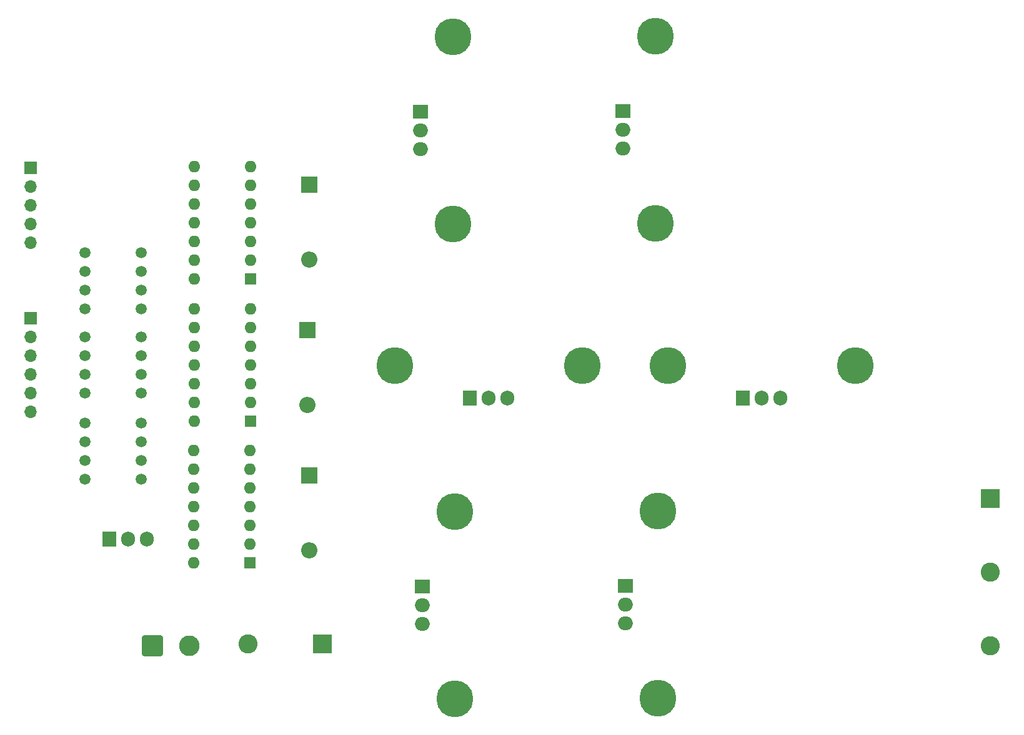
<source format=gbr>
%TF.GenerationSoftware,KiCad,Pcbnew,8.0.8*%
%TF.CreationDate,2025-03-02T13:54:36-08:00*%
%TF.ProjectId,motor_driver,6d6f746f-725f-4647-9269-7665722e6b69,rev?*%
%TF.SameCoordinates,Original*%
%TF.FileFunction,Soldermask,Bot*%
%TF.FilePolarity,Negative*%
%FSLAX46Y46*%
G04 Gerber Fmt 4.6, Leading zero omitted, Abs format (unit mm)*
G04 Created by KiCad (PCBNEW 8.0.8) date 2025-03-02 13:54:36*
%MOMM*%
%LPD*%
G01*
G04 APERTURE LIST*
G04 Aperture macros list*
%AMRoundRect*
0 Rectangle with rounded corners*
0 $1 Rounding radius*
0 $2 $3 $4 $5 $6 $7 $8 $9 X,Y pos of 4 corners*
0 Add a 4 corners polygon primitive as box body*
4,1,4,$2,$3,$4,$5,$6,$7,$8,$9,$2,$3,0*
0 Add four circle primitives for the rounded corners*
1,1,$1+$1,$2,$3*
1,1,$1+$1,$4,$5*
1,1,$1+$1,$6,$7*
1,1,$1+$1,$8,$9*
0 Add four rect primitives between the rounded corners*
20,1,$1+$1,$2,$3,$4,$5,0*
20,1,$1+$1,$4,$5,$6,$7,0*
20,1,$1+$1,$6,$7,$8,$9,0*
20,1,$1+$1,$8,$9,$2,$3,0*%
G04 Aperture macros list end*
%ADD10R,2.600000X2.600000*%
%ADD11C,2.600000*%
%ADD12RoundRect,0.250001X-1.149999X-1.149999X1.149999X-1.149999X1.149999X1.149999X-1.149999X1.149999X0*%
%ADD13C,2.800000*%
%ADD14R,1.600000X1.600000*%
%ADD15O,1.600000X1.600000*%
%ADD16R,1.700000X1.700000*%
%ADD17O,1.700000X1.700000*%
%ADD18R,2.200000X2.200000*%
%ADD19O,2.200000X2.200000*%
%ADD20C,1.500000*%
%ADD21R,1.905000X2.000000*%
%ADD22O,1.905000X2.000000*%
%ADD23C,5.000000*%
%ADD24R,2.000000X1.905000*%
%ADD25O,2.000000X1.905000*%
G04 APERTURE END LIST*
D10*
%TO.C,J1*%
X117500000Y-133500000D03*
D11*
X107500000Y-133500000D03*
%TD*%
D10*
%TO.C,J3*%
X208000000Y-113750000D03*
D11*
X208000000Y-123750000D03*
X208000000Y-133750000D03*
%TD*%
D12*
%TO.C,J2*%
X94500000Y-133750000D03*
D13*
X99500000Y-133750000D03*
%TD*%
D14*
%TO.C,U18*%
X107750000Y-122500000D03*
D15*
X107750000Y-119960000D03*
X107750000Y-117420000D03*
X107750000Y-114880000D03*
X107750000Y-112340000D03*
X107750000Y-109800000D03*
X107750000Y-107260000D03*
X100130000Y-107260000D03*
X100130000Y-109800000D03*
X100130000Y-112340000D03*
X100130000Y-114880000D03*
X100130000Y-117420000D03*
X100130000Y-119960000D03*
X100130000Y-122500000D03*
%TD*%
D16*
%TO.C,J4*%
X78000000Y-89340000D03*
D17*
X78000000Y-91880000D03*
X78000000Y-94420000D03*
X78000000Y-96960000D03*
X78000000Y-99500000D03*
X78000000Y-102040000D03*
%TD*%
D18*
%TO.C,D1*%
X115750000Y-71170000D03*
D19*
X115750000Y-81330000D03*
%TD*%
D20*
%TO.C,U15*%
X85380000Y-103500000D03*
X85380000Y-106040000D03*
X85380000Y-108580000D03*
X85380000Y-111120000D03*
X93000000Y-111120000D03*
X93000000Y-108580000D03*
X93000000Y-106040000D03*
X93000000Y-103500000D03*
%TD*%
D21*
%TO.C,U1*%
X88670000Y-119250000D03*
D22*
X91210000Y-119250000D03*
X93750000Y-119250000D03*
%TD*%
D18*
%TO.C,D2*%
X115500000Y-90920000D03*
D19*
X115500000Y-101080000D03*
%TD*%
D14*
%TO.C,U5*%
X107800000Y-84000000D03*
D15*
X107800000Y-81460000D03*
X107800000Y-78920000D03*
X107800000Y-76380000D03*
X107800000Y-73840000D03*
X107800000Y-71300000D03*
X107800000Y-68760000D03*
X100180000Y-68760000D03*
X100180000Y-71300000D03*
X100180000Y-73840000D03*
X100180000Y-76380000D03*
X100180000Y-78920000D03*
X100180000Y-81460000D03*
X100180000Y-84000000D03*
%TD*%
D18*
%TO.C,D3*%
X115750000Y-110670000D03*
D19*
X115750000Y-120830000D03*
%TD*%
D14*
%TO.C,U11*%
X107800000Y-103250000D03*
D15*
X107800000Y-100710000D03*
X107800000Y-98170000D03*
X107800000Y-95630000D03*
X107800000Y-93090000D03*
X107800000Y-90550000D03*
X107800000Y-88010000D03*
X100180000Y-88010000D03*
X100180000Y-90550000D03*
X100180000Y-93090000D03*
X100180000Y-95630000D03*
X100180000Y-98170000D03*
X100180000Y-100710000D03*
X100180000Y-103250000D03*
%TD*%
D20*
%TO.C,U4*%
X85380000Y-80420000D03*
X85380000Y-82960000D03*
X85380000Y-85500000D03*
X85380000Y-88040000D03*
X93000000Y-88040000D03*
X93000000Y-85500000D03*
X93000000Y-82960000D03*
X93000000Y-80420000D03*
%TD*%
%TO.C,U9*%
X85380000Y-91880000D03*
X85380000Y-94420000D03*
X85380000Y-96960000D03*
X85380000Y-99500000D03*
X93000000Y-99500000D03*
X93000000Y-96960000D03*
X93000000Y-94420000D03*
X93000000Y-91880000D03*
%TD*%
D16*
%TO.C,J5*%
X78000000Y-68920000D03*
D17*
X78000000Y-71460000D03*
X78000000Y-74000000D03*
X78000000Y-76540000D03*
X78000000Y-79080000D03*
%TD*%
D23*
%TO.C,Q6*%
X163000000Y-115500000D03*
X163000000Y-140900000D03*
D24*
X158600000Y-125660000D03*
D25*
X158600000Y-128200000D03*
X158600000Y-130740000D03*
%TD*%
D23*
%TO.C,Q5*%
X135500000Y-115582500D03*
X135500000Y-140982500D03*
D24*
X131100000Y-125742500D03*
D25*
X131100000Y-128282500D03*
X131100000Y-130822500D03*
%TD*%
D23*
%TO.C,Q4*%
X164332500Y-95750000D03*
X189732500Y-95750000D03*
D21*
X174492500Y-100150000D03*
D22*
X177032500Y-100150000D03*
X179572500Y-100150000D03*
%TD*%
D23*
%TO.C,Q3*%
X127332500Y-95750000D03*
X152732500Y-95750000D03*
D21*
X137492500Y-100150000D03*
D22*
X140032500Y-100150000D03*
X142572500Y-100150000D03*
%TD*%
D23*
%TO.C,Q2*%
X162650000Y-50992500D03*
X162650000Y-76392500D03*
D24*
X158250000Y-61152500D03*
D25*
X158250000Y-63692500D03*
X158250000Y-66232500D03*
%TD*%
D23*
%TO.C,Q1*%
X135250000Y-51082500D03*
X135250000Y-76482500D03*
D24*
X130850000Y-61242500D03*
D25*
X130850000Y-63782500D03*
X130850000Y-66322500D03*
%TD*%
M02*

</source>
